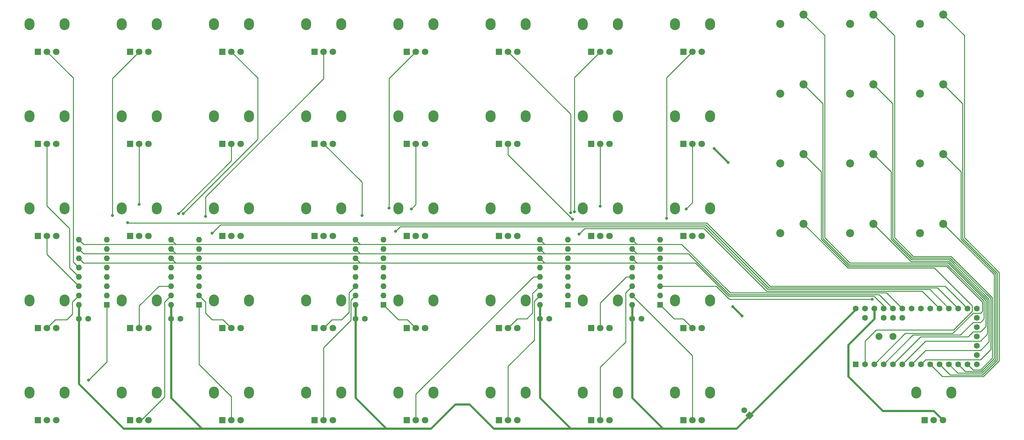
<source format=gbr>
G04 #@! TF.GenerationSoftware,KiCad,Pcbnew,(5.1.6)-1*
G04 #@! TF.CreationDate,2020-07-25T10:53:38-07:00*
G04 #@! TF.ProjectId,MIDI Mixer One v03,4d494449-204d-4697-9865-72204f6e6520,v1.0.0*
G04 #@! TF.SameCoordinates,Original*
G04 #@! TF.FileFunction,Copper,L1,Top*
G04 #@! TF.FilePolarity,Positive*
%FSLAX46Y46*%
G04 Gerber Fmt 4.6, Leading zero omitted, Abs format (unit mm)*
G04 Created by KiCad (PCBNEW (5.1.6)-1) date 2020-07-25 10:53:38*
%MOMM*%
%LPD*%
G01*
G04 APERTURE LIST*
G04 #@! TA.AperFunction,ComponentPad*
%ADD10C,2.200000*%
G04 #@! TD*
G04 #@! TA.AperFunction,ComponentPad*
%ADD11R,1.800000X1.800000*%
G04 #@! TD*
G04 #@! TA.AperFunction,ComponentPad*
%ADD12C,1.800000*%
G04 #@! TD*
G04 #@! TA.AperFunction,ComponentPad*
%ADD13O,2.720000X3.240000*%
G04 #@! TD*
G04 #@! TA.AperFunction,ComponentPad*
%ADD14O,1.600000X1.600000*%
G04 #@! TD*
G04 #@! TA.AperFunction,ComponentPad*
%ADD15R,1.600000X1.600000*%
G04 #@! TD*
G04 #@! TA.AperFunction,ComponentPad*
%ADD16C,1.600000*%
G04 #@! TD*
G04 #@! TA.AperFunction,ComponentPad*
%ADD17C,0.100000*%
G04 #@! TD*
G04 #@! TA.AperFunction,ComponentPad*
%ADD18C,1.900000*%
G04 #@! TD*
G04 #@! TA.AperFunction,ViaPad*
%ADD19C,0.800000*%
G04 #@! TD*
G04 #@! TA.AperFunction,Conductor*
%ADD20C,0.609600*%
G04 #@! TD*
G04 #@! TA.AperFunction,Conductor*
%ADD21C,0.254000*%
G04 #@! TD*
G04 APERTURE END LIST*
D10*
X318389000Y-117729000D03*
X324739000Y-115189000D03*
D11*
X228727000Y-137541000D03*
D12*
X231227000Y-137541000D03*
X233727000Y-137541000D03*
D13*
X236027000Y-130041000D03*
X226427000Y-130041000D03*
D14*
X214757000Y-156337000D03*
X222377000Y-138557000D03*
X214757000Y-153797000D03*
X222377000Y-141097000D03*
X214757000Y-151257000D03*
X222377000Y-143637000D03*
X214757000Y-148717000D03*
X222377000Y-146177000D03*
X214757000Y-146177000D03*
X222377000Y-148717000D03*
X214757000Y-143637000D03*
X222377000Y-151257000D03*
X214757000Y-141097000D03*
X222377000Y-153797000D03*
X214757000Y-138557000D03*
D15*
X222377000Y-156337000D03*
D11*
X203581000Y-162687000D03*
D12*
X206081000Y-162687000D03*
X208581000Y-162687000D03*
D13*
X210881000Y-155187000D03*
X201281000Y-155187000D03*
D11*
X153289000Y-137541000D03*
D12*
X155789000Y-137541000D03*
X158289000Y-137541000D03*
D13*
X160589000Y-130041000D03*
X150989000Y-130041000D03*
D11*
X178435000Y-137541000D03*
D12*
X180935000Y-137541000D03*
X183435000Y-137541000D03*
D13*
X185735000Y-130041000D03*
X176135000Y-130041000D03*
D11*
X153289000Y-162687000D03*
D12*
X155789000Y-162687000D03*
X158289000Y-162687000D03*
D13*
X160589000Y-155187000D03*
X150989000Y-155187000D03*
D14*
X164465000Y-156337000D03*
X172085000Y-138557000D03*
X164465000Y-153797000D03*
X172085000Y-141097000D03*
X164465000Y-151257000D03*
X172085000Y-143637000D03*
X164465000Y-148717000D03*
X172085000Y-146177000D03*
X164465000Y-146177000D03*
X172085000Y-148717000D03*
X164465000Y-143637000D03*
X172085000Y-151257000D03*
X164465000Y-141097000D03*
X172085000Y-153797000D03*
X164465000Y-138557000D03*
D15*
X172085000Y-156337000D03*
D14*
X89027000Y-156337000D03*
X96647000Y-138557000D03*
X89027000Y-153797000D03*
X96647000Y-141097000D03*
X89027000Y-151257000D03*
X96647000Y-143637000D03*
X89027000Y-148717000D03*
X96647000Y-146177000D03*
X89027000Y-146177000D03*
X96647000Y-148717000D03*
X89027000Y-143637000D03*
X96647000Y-151257000D03*
X89027000Y-141097000D03*
X96647000Y-153797000D03*
X89027000Y-138557000D03*
D15*
X96647000Y-156337000D03*
D11*
X253873000Y-137541000D03*
D12*
X256373000Y-137541000D03*
X258873000Y-137541000D03*
D13*
X261173000Y-130041000D03*
X251573000Y-130041000D03*
D10*
X318389000Y-136779000D03*
X324739000Y-134239000D03*
D16*
X164505000Y-160147000D03*
X167005000Y-160147000D03*
X114213000Y-160147000D03*
X116713000Y-160147000D03*
X89067000Y-160147000D03*
X91567000Y-160147000D03*
X239943000Y-160147000D03*
X242443000Y-160147000D03*
X214797000Y-160147000D03*
X217297000Y-160147000D03*
X270492786Y-185148786D03*
G04 #@! TA.AperFunction,ComponentPad*
D17*
G36*
X273038371Y-186563000D02*
G01*
X271907000Y-187694371D01*
X270775629Y-186563000D01*
X271907000Y-185431629D01*
X273038371Y-186563000D01*
G37*
G04 #@! TD.AperFunction*
D18*
X307213000Y-164973000D03*
X311023000Y-164973000D03*
D15*
X300863000Y-172593000D03*
D16*
X303403000Y-172593000D03*
X305943000Y-172593000D03*
X308483000Y-172593000D03*
X311023000Y-172593000D03*
X313563000Y-172593000D03*
X316103000Y-172593000D03*
X318643000Y-172593000D03*
X321183000Y-172593000D03*
X323723000Y-172593000D03*
X326263000Y-172593000D03*
X328803000Y-172593000D03*
X331343000Y-172593000D03*
X313563000Y-159893000D03*
X311023000Y-159893000D03*
X308483000Y-159893000D03*
X303403000Y-159893000D03*
X300863000Y-157353000D03*
X303403000Y-157353000D03*
X305943000Y-157353000D03*
X308483000Y-157353000D03*
X311023000Y-157353000D03*
X313563000Y-157353000D03*
X316103000Y-157353000D03*
X318643000Y-157353000D03*
X321183000Y-157353000D03*
X323723000Y-157353000D03*
X326263000Y-157353000D03*
X328803000Y-157353000D03*
X331343000Y-157353000D03*
X333883000Y-172593000D03*
X333883000Y-170053000D03*
X333883000Y-167513000D03*
X333883000Y-157353000D03*
X333883000Y-159893000D03*
X333883000Y-162433000D03*
X333883000Y-164973000D03*
D14*
X239903000Y-156337000D03*
X247523000Y-138557000D03*
X239903000Y-153797000D03*
X247523000Y-141097000D03*
X239903000Y-151257000D03*
X247523000Y-143637000D03*
X239903000Y-148717000D03*
X247523000Y-146177000D03*
X239903000Y-146177000D03*
X247523000Y-148717000D03*
X239903000Y-143637000D03*
X247523000Y-151257000D03*
X239903000Y-141097000D03*
X247523000Y-153797000D03*
X239903000Y-138557000D03*
D15*
X247523000Y-156337000D03*
D10*
X299339000Y-136779000D03*
X305689000Y-134239000D03*
X280289000Y-117729000D03*
X286639000Y-115189000D03*
X280289000Y-136779000D03*
X286639000Y-134239000D03*
D11*
X153289000Y-187833000D03*
D12*
X155789000Y-187833000D03*
X158289000Y-187833000D03*
D13*
X160589000Y-180333000D03*
X150989000Y-180333000D03*
D14*
X114173000Y-156337000D03*
X121793000Y-138557000D03*
X114173000Y-153797000D03*
X121793000Y-141097000D03*
X114173000Y-151257000D03*
X121793000Y-143637000D03*
X114173000Y-148717000D03*
X121793000Y-146177000D03*
X114173000Y-146177000D03*
X121793000Y-148717000D03*
X114173000Y-143637000D03*
X121793000Y-151257000D03*
X114173000Y-141097000D03*
X121793000Y-153797000D03*
X114173000Y-138557000D03*
D15*
X121793000Y-156337000D03*
D10*
X299339000Y-117729000D03*
X305689000Y-115189000D03*
X318389000Y-98679000D03*
X324739000Y-96139000D03*
X299339000Y-98679000D03*
X305689000Y-96139000D03*
X280289000Y-98679000D03*
X286639000Y-96139000D03*
X318389000Y-79629000D03*
X324739000Y-77089000D03*
X299339000Y-79629000D03*
X305689000Y-77089000D03*
X280289000Y-79629000D03*
X286639000Y-77089000D03*
D13*
X317359000Y-180333000D03*
X326959000Y-180333000D03*
D12*
X324659000Y-187833000D03*
X322159000Y-187833000D03*
D11*
X319659000Y-187833000D03*
X253873000Y-187833000D03*
D12*
X256373000Y-187833000D03*
X258873000Y-187833000D03*
D13*
X261173000Y-180333000D03*
X251573000Y-180333000D03*
D11*
X253873000Y-162687000D03*
D12*
X256373000Y-162687000D03*
X258873000Y-162687000D03*
D13*
X261173000Y-155187000D03*
X251573000Y-155187000D03*
D11*
X253873000Y-112395000D03*
D12*
X256373000Y-112395000D03*
X258873000Y-112395000D03*
D13*
X261173000Y-104895000D03*
X251573000Y-104895000D03*
D11*
X253873000Y-87249000D03*
D12*
X256373000Y-87249000D03*
X258873000Y-87249000D03*
D13*
X261173000Y-79749000D03*
X251573000Y-79749000D03*
D11*
X228727000Y-187833000D03*
D12*
X231227000Y-187833000D03*
X233727000Y-187833000D03*
D13*
X236027000Y-180333000D03*
X226427000Y-180333000D03*
D11*
X228727000Y-162687000D03*
D12*
X231227000Y-162687000D03*
X233727000Y-162687000D03*
D13*
X236027000Y-155187000D03*
X226427000Y-155187000D03*
D11*
X228727000Y-112395000D03*
D12*
X231227000Y-112395000D03*
X233727000Y-112395000D03*
D13*
X236027000Y-104895000D03*
X226427000Y-104895000D03*
D11*
X228727000Y-87249000D03*
D12*
X231227000Y-87249000D03*
X233727000Y-87249000D03*
D13*
X236027000Y-79749000D03*
X226427000Y-79749000D03*
D11*
X203581000Y-187833000D03*
D12*
X206081000Y-187833000D03*
X208581000Y-187833000D03*
D13*
X210881000Y-180333000D03*
X201281000Y-180333000D03*
D11*
X203581000Y-137541000D03*
D12*
X206081000Y-137541000D03*
X208581000Y-137541000D03*
D13*
X210881000Y-130041000D03*
X201281000Y-130041000D03*
D11*
X203581000Y-112395000D03*
D12*
X206081000Y-112395000D03*
X208581000Y-112395000D03*
D13*
X210881000Y-104895000D03*
X201281000Y-104895000D03*
D11*
X203581000Y-87249000D03*
D12*
X206081000Y-87249000D03*
X208581000Y-87249000D03*
D13*
X210881000Y-79749000D03*
X201281000Y-79749000D03*
D11*
X178435000Y-187833000D03*
D12*
X180935000Y-187833000D03*
X183435000Y-187833000D03*
D13*
X185735000Y-180333000D03*
X176135000Y-180333000D03*
D11*
X178435000Y-162687000D03*
D12*
X180935000Y-162687000D03*
X183435000Y-162687000D03*
D13*
X185735000Y-155187000D03*
X176135000Y-155187000D03*
D11*
X178435000Y-112395000D03*
D12*
X180935000Y-112395000D03*
X183435000Y-112395000D03*
D13*
X185735000Y-104895000D03*
X176135000Y-104895000D03*
D11*
X178435000Y-87249000D03*
D12*
X180935000Y-87249000D03*
X183435000Y-87249000D03*
D13*
X185735000Y-79749000D03*
X176135000Y-79749000D03*
D11*
X153289000Y-112395000D03*
D12*
X155789000Y-112395000D03*
X158289000Y-112395000D03*
D13*
X160589000Y-104895000D03*
X150989000Y-104895000D03*
D11*
X153289000Y-87249000D03*
D12*
X155789000Y-87249000D03*
X158289000Y-87249000D03*
D13*
X160589000Y-79749000D03*
X150989000Y-79749000D03*
D11*
X128143000Y-187833000D03*
D12*
X130643000Y-187833000D03*
X133143000Y-187833000D03*
D13*
X135443000Y-180333000D03*
X125843000Y-180333000D03*
D11*
X128143000Y-162687000D03*
D12*
X130643000Y-162687000D03*
X133143000Y-162687000D03*
D13*
X135443000Y-155187000D03*
X125843000Y-155187000D03*
D11*
X128143000Y-137541000D03*
D12*
X130643000Y-137541000D03*
X133143000Y-137541000D03*
D13*
X135443000Y-130041000D03*
X125843000Y-130041000D03*
D11*
X128143000Y-112395000D03*
D12*
X130643000Y-112395000D03*
X133143000Y-112395000D03*
D13*
X135443000Y-104895000D03*
X125843000Y-104895000D03*
D11*
X128143000Y-87249000D03*
D12*
X130643000Y-87249000D03*
X133143000Y-87249000D03*
D13*
X135443000Y-79749000D03*
X125843000Y-79749000D03*
D11*
X102997000Y-187833000D03*
D12*
X105497000Y-187833000D03*
X107997000Y-187833000D03*
D13*
X110297000Y-180333000D03*
X100697000Y-180333000D03*
D11*
X102997000Y-162687000D03*
D12*
X105497000Y-162687000D03*
X107997000Y-162687000D03*
D13*
X110297000Y-155187000D03*
X100697000Y-155187000D03*
D11*
X102997000Y-137541000D03*
D12*
X105497000Y-137541000D03*
X107997000Y-137541000D03*
D13*
X110297000Y-130041000D03*
X100697000Y-130041000D03*
D11*
X102997000Y-112395000D03*
D12*
X105497000Y-112395000D03*
X107997000Y-112395000D03*
D13*
X110297000Y-104895000D03*
X100697000Y-104895000D03*
D11*
X102997000Y-87249000D03*
D12*
X105497000Y-87249000D03*
X107997000Y-87249000D03*
D13*
X110297000Y-79749000D03*
X100697000Y-79749000D03*
D11*
X77851000Y-187833000D03*
D12*
X80351000Y-187833000D03*
X82851000Y-187833000D03*
D13*
X85151000Y-180333000D03*
X75551000Y-180333000D03*
D11*
X77851000Y-162687000D03*
D12*
X80351000Y-162687000D03*
X82851000Y-162687000D03*
D13*
X85151000Y-155187000D03*
X75551000Y-155187000D03*
D11*
X77851000Y-137541000D03*
D12*
X80351000Y-137541000D03*
X82851000Y-137541000D03*
D13*
X85151000Y-130041000D03*
X75551000Y-130041000D03*
D11*
X77851000Y-112395000D03*
D12*
X80351000Y-112395000D03*
X82851000Y-112395000D03*
D13*
X85151000Y-104895000D03*
X75551000Y-104895000D03*
D11*
X77851000Y-87249000D03*
D12*
X80351000Y-87249000D03*
X82851000Y-87249000D03*
D13*
X85151000Y-79749000D03*
X75551000Y-79749000D03*
D19*
X262255000Y-113665000D03*
X267335000Y-156845000D03*
X269875000Y-159385000D03*
X266065000Y-117475000D03*
X305344146Y-154813000D03*
X225425000Y-137033000D03*
X175387000Y-136271000D03*
X125349000Y-136778990D03*
X102317979Y-133902021D03*
X91694000Y-176911000D03*
X98171006Y-131953000D03*
X105497000Y-128905000D03*
X117475000Y-131445000D03*
X116205000Y-131445000D03*
X123571000Y-132206998D03*
X173609002Y-129921000D03*
X179705000Y-130175000D03*
X223152311Y-131223395D03*
X223647000Y-132969000D03*
X224155000Y-130937000D03*
X231227000Y-129453000D03*
X249301000Y-132715000D03*
X254635000Y-130175000D03*
X166243004Y-131953000D03*
D20*
X164465000Y-160107000D02*
X164505000Y-160147000D01*
X164465000Y-156337000D02*
X164465000Y-160107000D01*
X239903000Y-160107000D02*
X239943000Y-160147000D01*
X239903000Y-156337000D02*
X239903000Y-160107000D01*
X214757000Y-160107000D02*
X214797000Y-160147000D01*
X214757000Y-156337000D02*
X214757000Y-160107000D01*
X114173000Y-160107000D02*
X114213000Y-160147000D01*
X114173000Y-156337000D02*
X114173000Y-160107000D01*
X89027000Y-160107000D02*
X89067000Y-160147000D01*
X89027000Y-156337000D02*
X89027000Y-160107000D01*
X114213000Y-181777000D02*
X122047000Y-189611000D01*
X114213000Y-160147000D02*
X114213000Y-181777000D01*
X164505000Y-181777000D02*
X172339000Y-189611000D01*
X164505000Y-160147000D02*
X164505000Y-181777000D01*
X214797000Y-160147000D02*
X214797000Y-181777000D01*
X214797000Y-181777000D02*
X222631000Y-189611000D01*
X239943000Y-181777000D02*
X247777000Y-189611000D01*
X239943000Y-160147000D02*
X239943000Y-181777000D01*
X172339000Y-189611000D02*
X172847000Y-190119000D01*
X122555000Y-190119000D02*
X122047000Y-189611000D01*
X171831000Y-190119000D02*
X122555000Y-190119000D01*
X121539000Y-190119000D02*
X122555000Y-190119000D01*
X89067000Y-160147000D02*
X89067000Y-177927201D01*
X101258799Y-190119000D02*
X121539000Y-190119000D01*
X89067000Y-177927201D02*
X101258799Y-190119000D01*
X171831000Y-190119000D02*
X172847000Y-190119000D01*
X223139000Y-190119000D02*
X222631000Y-189611000D01*
X247269000Y-190119000D02*
X223139000Y-190119000D01*
X248285000Y-190119000D02*
X247777000Y-189611000D01*
X247269000Y-190119000D02*
X248285000Y-190119000D01*
X300863000Y-157607000D02*
X300863000Y-157353000D01*
X271907000Y-186563000D02*
X300863000Y-157607000D01*
X268351000Y-190119000D02*
X271907000Y-186563000D01*
X248285000Y-190119000D02*
X268351000Y-190119000D01*
X222123000Y-190119000D02*
X223139000Y-190119000D01*
X202184000Y-190119000D02*
X222123000Y-190119000D01*
X185039000Y-190119000D02*
X191643000Y-183515000D01*
X172847000Y-190119000D02*
X185039000Y-190119000D01*
X191643000Y-183515000D02*
X195580000Y-183515000D01*
X195580000Y-183515000D02*
X202184000Y-190119000D01*
X267335000Y-156845000D02*
X269875000Y-159385000D01*
X262255000Y-113665000D02*
X266065000Y-117475000D01*
X322119000Y-185293000D02*
X324659000Y-187833000D01*
X305943000Y-157353000D02*
X305943000Y-160147000D01*
X298831000Y-167259000D02*
X298831000Y-175895000D01*
X298831000Y-175895000D02*
X308229000Y-185293000D01*
X305943000Y-160147000D02*
X298831000Y-167259000D01*
X308229000Y-185293000D02*
X322119000Y-185293000D01*
D21*
X298729477Y-146329477D02*
X286639000Y-134239000D01*
X322287977Y-146329477D02*
X298729477Y-146329477D01*
X332613000Y-156654500D02*
X322287977Y-146329477D01*
X332613000Y-158115000D02*
X332613000Y-156654500D01*
X303403000Y-166243000D02*
X306451000Y-163195000D01*
X306451000Y-163195000D02*
X327533000Y-163195000D01*
X303403000Y-172593000D02*
X303403000Y-166243000D01*
X327533000Y-163195000D02*
X332613000Y-158115000D01*
X314385995Y-164150005D02*
X305943000Y-172593000D01*
X332867000Y-158623000D02*
X327339995Y-164150005D01*
X327339995Y-164150005D02*
X314385995Y-164150005D01*
X335407000Y-155575000D02*
X335407000Y-158133587D01*
X334917587Y-158623000D02*
X332867000Y-158623000D01*
X335407000Y-158133587D02*
X334917587Y-158623000D01*
X286639000Y-115189000D02*
X291465000Y-120015000D01*
X291465000Y-120015000D02*
X291465000Y-138418410D01*
X291465000Y-138418410D02*
X298918856Y-145872266D01*
X298918856Y-145872266D02*
X325704266Y-145872266D01*
X325704266Y-145872266D02*
X335407000Y-155575000D01*
X332867000Y-161163000D02*
X334899000Y-161163000D01*
X287738999Y-97238999D02*
X286639000Y-96139000D01*
X316468784Y-164607216D02*
X329422784Y-164607216D01*
X291922211Y-101422211D02*
X287738999Y-97238999D01*
X308483000Y-172593000D02*
X316468784Y-164607216D01*
X329422784Y-164607216D02*
X332867000Y-161163000D01*
X334899000Y-161163000D02*
X335864211Y-160197789D01*
X325893648Y-145415055D02*
X299108238Y-145415055D01*
X335864211Y-160197789D02*
X335864211Y-155385618D01*
X335864211Y-155385618D02*
X325893648Y-145415055D01*
X299108238Y-145415055D02*
X291922211Y-138229028D01*
X291922211Y-138229028D02*
X291922211Y-101422211D01*
X292379422Y-82829422D02*
X287738999Y-78188999D01*
X292379422Y-138039646D02*
X292379422Y-82829422D01*
X299297620Y-144957844D02*
X292379422Y-138039646D01*
X336321422Y-155196236D02*
X326083030Y-144957844D01*
X336321422Y-162280578D02*
X336321422Y-155196236D01*
X332867000Y-163703000D02*
X334899000Y-163703000D01*
X331505573Y-165064427D02*
X332867000Y-163703000D01*
X318551573Y-165064427D02*
X331505573Y-165064427D01*
X311023000Y-172593000D02*
X318551573Y-165064427D01*
X334899000Y-163703000D02*
X336321422Y-162280578D01*
X326083030Y-144957844D02*
X299297620Y-144957844D01*
X287738999Y-78188999D02*
X286639000Y-77089000D01*
X326272412Y-144500633D02*
X315950633Y-144500633D01*
X336778633Y-164363367D02*
X336778633Y-155006854D01*
X334899000Y-166243000D02*
X336778633Y-164363367D01*
X313563000Y-172593000D02*
X319913000Y-166243000D01*
X319913000Y-166243000D02*
X334899000Y-166243000D01*
X315950633Y-144500633D02*
X306788999Y-135338999D01*
X336778633Y-155006854D02*
X326272412Y-144500633D01*
X306788999Y-135338999D02*
X305689000Y-134239000D01*
X316140014Y-144043422D02*
X326461794Y-144043422D01*
X310515000Y-138418408D02*
X316140014Y-144043422D01*
X310515000Y-120015000D02*
X310515000Y-138418408D01*
X337235844Y-166446156D02*
X334899000Y-168783000D01*
X305689000Y-115189000D02*
X310515000Y-120015000D01*
X326461794Y-144043422D02*
X337235844Y-154817472D01*
X337235844Y-154817472D02*
X337235844Y-166446156D01*
X334899000Y-168783000D02*
X319913000Y-168783000D01*
X319913000Y-168783000D02*
X316103000Y-172593000D01*
X334899000Y-171323000D02*
X337693055Y-168528945D01*
X337693055Y-154628090D02*
X326651176Y-143586211D01*
X316329395Y-143586211D02*
X310972211Y-138229027D01*
X318643000Y-172593000D02*
X319913000Y-171323000D01*
X337693055Y-168528945D02*
X337693055Y-154628090D01*
X326651176Y-143586211D02*
X316329395Y-143586211D01*
X319913000Y-171323000D02*
X334899000Y-171323000D01*
X306788999Y-97238999D02*
X305689000Y-96139000D01*
X310972211Y-138229027D02*
X310972211Y-101422211D01*
X310972211Y-101422211D02*
X306788999Y-97238999D01*
X339979108Y-147539329D02*
X330479421Y-138039643D01*
X339979108Y-171623261D02*
X339979108Y-147539329D01*
X321183000Y-172593000D02*
X324535840Y-175945840D01*
X335656530Y-175945840D02*
X339979108Y-171623261D01*
X325838999Y-78188999D02*
X324739000Y-77089000D01*
X330479421Y-138039643D02*
X330479421Y-82829421D01*
X330479421Y-82829421D02*
X325838999Y-78188999D01*
X324535840Y-175945840D02*
X335656530Y-175945840D01*
X339521897Y-147728711D02*
X330022210Y-138229024D01*
X339521897Y-171433879D02*
X339521897Y-147728711D01*
X323723000Y-172593000D02*
X326618629Y-175488629D01*
X325838999Y-97238999D02*
X324739000Y-96139000D01*
X330022210Y-138229024D02*
X330022210Y-101422210D01*
X335467147Y-175488629D02*
X339521897Y-171433879D01*
X330022210Y-101422210D02*
X325838999Y-97238999D01*
X326618629Y-175488629D02*
X335467147Y-175488629D01*
X324739000Y-115189000D02*
X329564999Y-120014999D01*
X329564999Y-120014999D02*
X329564999Y-138418407D01*
X339064688Y-147918095D02*
X339064687Y-151589502D01*
X329564999Y-138418407D02*
X339064688Y-147918095D01*
X339064688Y-171244498D02*
X339064688Y-152171312D01*
X335277764Y-175031422D02*
X339064688Y-171244498D01*
X326263000Y-172593000D02*
X328701422Y-175031422D01*
X328701422Y-175031422D02*
X335277764Y-175031422D01*
X339064688Y-152171312D02*
X339064688Y-151589502D01*
X338607477Y-151917477D02*
X338607477Y-151778884D01*
X329107788Y-138607788D02*
X324739000Y-134239000D01*
X338607477Y-148107477D02*
X329107788Y-138607788D01*
X338607477Y-151917477D02*
X338607477Y-148107477D01*
X328803000Y-172593000D02*
X330784211Y-174574211D01*
X335088382Y-174574211D02*
X338607477Y-171055116D01*
X330784211Y-174574211D02*
X335088382Y-174574211D01*
X338607477Y-171055116D02*
X338607477Y-151917477D01*
X306788999Y-78188999D02*
X305689000Y-77089000D01*
X311277000Y-82677000D02*
X311150000Y-82550000D01*
X311150000Y-82550000D02*
X306788999Y-78188999D01*
X316518776Y-143129000D02*
X311429422Y-138039646D01*
X311429422Y-82829422D02*
X311150000Y-82550000D01*
X326840558Y-143129000D02*
X316518776Y-143129000D01*
X332867000Y-174117000D02*
X334899000Y-174117000D01*
X331343000Y-172593000D02*
X332867000Y-174117000D01*
X334899000Y-174117000D02*
X338150266Y-170865734D01*
X338150266Y-170865734D02*
X338150266Y-154438708D01*
X338150266Y-154438708D02*
X326840558Y-143129000D01*
X311429422Y-138039646D02*
X311429422Y-82829422D01*
X90297000Y-139827000D02*
X89027000Y-138557000D01*
X117703402Y-139827000D02*
X90297000Y-139827000D01*
X115443000Y-139827000D02*
X114173000Y-138557000D01*
X117703402Y-139827000D02*
X115443000Y-139827000D01*
X117983000Y-139827000D02*
X117703402Y-139827000D01*
X169037000Y-139827000D02*
X117983000Y-139827000D01*
X165735000Y-139827000D02*
X164465000Y-138557000D01*
X169037000Y-139827000D02*
X165735000Y-139827000D01*
X169316598Y-139827000D02*
X169037000Y-139827000D01*
X218567000Y-139827000D02*
X169316598Y-139827000D01*
X216027000Y-139827000D02*
X214757000Y-138557000D01*
X218567000Y-139827000D02*
X216027000Y-139827000D01*
X218846598Y-139827000D02*
X218567000Y-139827000D01*
X243433402Y-139827000D02*
X218846598Y-139827000D01*
X241173000Y-139827000D02*
X239903000Y-138557000D01*
X253388184Y-139827000D02*
X241173000Y-139827000D01*
X309295844Y-153085844D02*
X266647028Y-153085844D01*
X266647028Y-153085844D02*
X253388184Y-139827000D01*
X313563000Y-157353000D02*
X309295844Y-153085844D01*
X90297000Y-142367000D02*
X89027000Y-141097000D01*
X118973402Y-142367000D02*
X90297000Y-142367000D01*
X115443000Y-142367000D02*
X114173000Y-141097000D01*
X118973402Y-142367000D02*
X115443000Y-142367000D01*
X119253000Y-142367000D02*
X118973402Y-142367000D01*
X167233402Y-142367000D02*
X119253000Y-142367000D01*
X165735000Y-142367000D02*
X164465000Y-141097000D01*
X167233402Y-142367000D02*
X165735000Y-142367000D01*
X167513000Y-142367000D02*
X167233402Y-142367000D01*
X218567000Y-142367000D02*
X167513000Y-142367000D01*
X216027000Y-142367000D02*
X214757000Y-141097000D01*
X218567000Y-142367000D02*
X216027000Y-142367000D01*
X218846598Y-142367000D02*
X218567000Y-142367000D01*
X245237000Y-142367000D02*
X218846598Y-142367000D01*
X255281592Y-142367000D02*
X241173000Y-142367000D01*
X307213055Y-153543055D02*
X266457647Y-153543055D01*
X266457647Y-153543055D02*
X255281592Y-142367000D01*
X241173000Y-142367000D02*
X239903000Y-141097000D01*
X311023000Y-157353000D02*
X307213055Y-153543055D01*
X117703402Y-144907000D02*
X90297000Y-144907000D01*
X90297000Y-144907000D02*
X89027000Y-143637000D01*
X115443000Y-144907000D02*
X114173000Y-143637000D01*
X167767000Y-144907000D02*
X115443000Y-144907000D01*
X165735000Y-144907000D02*
X164465000Y-143637000D01*
X167767000Y-144907000D02*
X165735000Y-144907000D01*
X168046598Y-144907000D02*
X167767000Y-144907000D01*
X218033402Y-144907000D02*
X168046598Y-144907000D01*
X216027000Y-144907000D02*
X214757000Y-143637000D01*
X218033402Y-144907000D02*
X216027000Y-144907000D01*
X218313000Y-144907000D02*
X218033402Y-144907000D01*
X243967000Y-144907000D02*
X218313000Y-144907000D01*
X241173000Y-144907000D02*
X239903000Y-143637000D01*
X308483000Y-156591000D02*
X305892266Y-154000266D01*
X266268266Y-154000266D02*
X257175000Y-144907000D01*
X308483000Y-157353000D02*
X308483000Y-156591000D01*
X257175000Y-144907000D02*
X241173000Y-144907000D01*
X305892266Y-154000266D02*
X266268266Y-154000266D01*
X266434408Y-154813000D02*
X305344146Y-154813000D01*
X247523000Y-151257000D02*
X262878408Y-151257000D01*
X262878408Y-151257000D02*
X266434408Y-154813000D01*
X259461000Y-135509000D02*
X226949000Y-135509000D01*
X276580633Y-152628633D02*
X259461000Y-135509000D01*
X226949000Y-135509000D02*
X225425000Y-137033000D01*
X323723000Y-157353000D02*
X318998633Y-152628633D01*
X318998633Y-152628633D02*
X276580633Y-152628633D01*
X176657000Y-135001000D02*
X175387000Y-136271000D01*
X276885422Y-152171422D02*
X259715000Y-135001000D01*
X326263000Y-157353000D02*
X321081422Y-152171422D01*
X321081422Y-152171422D02*
X276885422Y-152171422D01*
X259715000Y-135001000D02*
X176657000Y-135001000D01*
X259969000Y-134493000D02*
X127634990Y-134493000D01*
X328803000Y-157353000D02*
X323164211Y-151714211D01*
X323164211Y-151714211D02*
X277190211Y-151714211D01*
X277190211Y-151714211D02*
X259969000Y-134493000D01*
X127634990Y-134493000D02*
X125349000Y-136778990D01*
X331343000Y-157353000D02*
X325247000Y-151257000D01*
X102400958Y-133985000D02*
X102317979Y-133902021D01*
X277495000Y-151257000D02*
X260223000Y-133985000D01*
X325247000Y-151257000D02*
X277495000Y-151257000D01*
X260223000Y-133985000D02*
X102400958Y-133985000D01*
X87503000Y-144653000D02*
X89027000Y-146177000D01*
X80351000Y-87249000D02*
X87503000Y-94401000D01*
X87503000Y-94401000D02*
X87503000Y-144653000D01*
X86487000Y-135509000D02*
X80351000Y-129373000D01*
X80351000Y-129373000D02*
X80351000Y-112395000D01*
X89027000Y-148717000D02*
X86487000Y-146177000D01*
X86487000Y-146177000D02*
X86487000Y-135509000D01*
X80351000Y-142581000D02*
X89027000Y-151257000D01*
X80351000Y-137541000D02*
X80351000Y-142581000D01*
X87249000Y-158877000D02*
X85725000Y-160401000D01*
X82637000Y-160401000D02*
X80351000Y-162687000D01*
X89027000Y-153797000D02*
X87249000Y-155575000D01*
X85725000Y-160401000D02*
X82637000Y-160401000D01*
X87249000Y-155575000D02*
X87249000Y-158877000D01*
X96647000Y-171958000D02*
X91694000Y-176911000D01*
X96647000Y-156337000D02*
X96647000Y-171958000D01*
X105497000Y-87249000D02*
X98171006Y-94574994D01*
X98171006Y-94574994D02*
X98171006Y-131953000D01*
X105497000Y-112395000D02*
X105497000Y-128905000D01*
X110871000Y-151257000D02*
X114173000Y-151257000D01*
X105497000Y-162687000D02*
X105497000Y-156631000D01*
X105497000Y-156631000D02*
X110871000Y-151257000D01*
X112395000Y-155575000D02*
X114173000Y-153797000D01*
X112395000Y-181483000D02*
X112395000Y-155575000D01*
X105497000Y-187833000D02*
X106045000Y-187833000D01*
X106045000Y-187833000D02*
X112395000Y-181483000D01*
X137795000Y-94401000D02*
X130643000Y-87249000D01*
X117475000Y-131445000D02*
X137795000Y-111125000D01*
X137795000Y-111125000D02*
X137795000Y-94401000D01*
X130643000Y-117007000D02*
X116205000Y-131445000D01*
X130643000Y-115737000D02*
X130643000Y-117007000D01*
X130643000Y-112395000D02*
X130643000Y-115737000D01*
X121793000Y-153837000D02*
X121793000Y-153797000D01*
X123571000Y-155575000D02*
X121793000Y-153797000D01*
X130643000Y-162687000D02*
X128357000Y-160401000D01*
X128357000Y-160401000D02*
X125349000Y-160401000D01*
X123571000Y-158623000D02*
X123571000Y-155575000D01*
X125349000Y-160401000D02*
X123571000Y-158623000D01*
X130643000Y-181443000D02*
X121793000Y-172593000D01*
X130643000Y-187833000D02*
X130643000Y-181443000D01*
X121793000Y-172593000D02*
X121793000Y-156337000D01*
X155789000Y-87249000D02*
X155789000Y-94655000D01*
X123571000Y-126873000D02*
X123571000Y-132206998D01*
X155789000Y-94655000D02*
X123571000Y-126873000D01*
X162687000Y-153035000D02*
X164465000Y-151257000D01*
X162687000Y-156845000D02*
X162687000Y-156591000D01*
X162687000Y-156591000D02*
X162687000Y-153035000D01*
X162687000Y-158369000D02*
X162687000Y-156591000D01*
X155789000Y-162687000D02*
X158075000Y-160401000D01*
X160655000Y-160401000D02*
X162687000Y-158369000D01*
X158075000Y-160401000D02*
X160655000Y-160401000D01*
X164465000Y-154011000D02*
X164465000Y-153797000D01*
X163195000Y-155067000D02*
X164465000Y-153797000D01*
X155789000Y-187833000D02*
X155789000Y-168042349D01*
X163195000Y-160636349D02*
X163195000Y-155067000D01*
X155789000Y-168042349D02*
X163195000Y-160636349D01*
X180935000Y-87249000D02*
X173609002Y-94574998D01*
X173609002Y-94574998D02*
X173609002Y-129921000D01*
X180935000Y-112395000D02*
X180935000Y-128945000D01*
X180935000Y-128945000D02*
X179705000Y-130175000D01*
X176149000Y-160401000D02*
X172085000Y-156337000D01*
X180935000Y-162687000D02*
X178649000Y-160401000D01*
X178649000Y-160401000D02*
X176149000Y-160401000D01*
X212979000Y-148717000D02*
X214757000Y-148717000D01*
X180935000Y-187833000D02*
X180935000Y-180761000D01*
X180935000Y-180761000D02*
X212979000Y-148717000D01*
X206081000Y-87249000D02*
X223152311Y-104320311D01*
X223152311Y-104320311D02*
X223152311Y-131223395D01*
X206081000Y-112395000D02*
X206081000Y-115403000D01*
X206081000Y-115403000D02*
X223647000Y-132969000D01*
X212775789Y-153238211D02*
X214757000Y-151257000D01*
X212775789Y-158572211D02*
X212775789Y-153238211D01*
X211201000Y-160147000D02*
X212775789Y-158572211D01*
X206081000Y-162687000D02*
X208621000Y-160147000D01*
X208621000Y-160147000D02*
X211201000Y-160147000D01*
X213233000Y-155321000D02*
X214757000Y-153797000D01*
X213233000Y-165989000D02*
X213233000Y-155321000D01*
X206081000Y-187833000D02*
X206081000Y-173141000D01*
X206081000Y-173141000D02*
X213233000Y-165989000D01*
X224155000Y-94321000D02*
X224155000Y-130937000D01*
X231227000Y-87249000D02*
X224155000Y-94321000D01*
X231227000Y-125643000D02*
X231227000Y-129453000D01*
X231227000Y-125643000D02*
X231227000Y-128357000D01*
X231227000Y-112395000D02*
X231227000Y-125643000D01*
X238350842Y-148717000D02*
X239903000Y-148717000D01*
X231227000Y-162687000D02*
X231227000Y-155840842D01*
X231227000Y-155840842D02*
X238350842Y-148717000D01*
X238125000Y-153035000D02*
X239903000Y-151257000D01*
X238125000Y-166497000D02*
X238125000Y-153035000D01*
X231227000Y-187833000D02*
X231227000Y-173395000D01*
X231227000Y-173395000D02*
X238125000Y-166497000D01*
X256373000Y-87249000D02*
X249301000Y-94321000D01*
X249301000Y-94321000D02*
X249301000Y-132715000D01*
X256373000Y-128437000D02*
X256373000Y-120483000D01*
X254635000Y-130175000D02*
X256373000Y-128437000D01*
X256373000Y-112395000D02*
X256373000Y-120483000D01*
X256373000Y-162687000D02*
X253833000Y-160147000D01*
X251333000Y-160147000D02*
X247523000Y-156337000D01*
X253833000Y-160147000D02*
X251333000Y-160147000D01*
X256373000Y-170267000D02*
X256373000Y-187833000D01*
X239903000Y-153797000D02*
X256373000Y-170267000D01*
X157058799Y-113664799D02*
X155789000Y-112395000D01*
X166243004Y-122849004D02*
X166243004Y-131953000D01*
X155789000Y-112395000D02*
X166243004Y-122849004D01*
M02*

</source>
